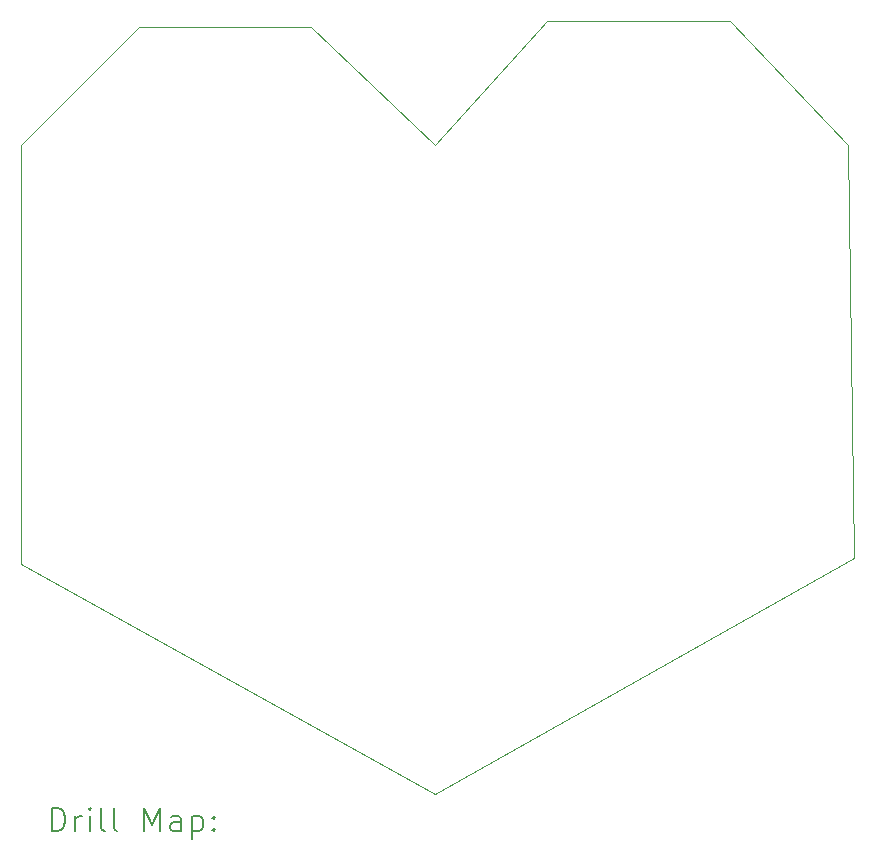
<source format=gbr>
%TF.GenerationSoftware,KiCad,Pcbnew,9.0.2*%
%TF.CreationDate,2025-06-11T20:44:21-07:00*%
%TF.ProjectId,solder,736f6c64-6572-42e6-9b69-6361645f7063,rev?*%
%TF.SameCoordinates,Original*%
%TF.FileFunction,Drillmap*%
%TF.FilePolarity,Positive*%
%FSLAX45Y45*%
G04 Gerber Fmt 4.5, Leading zero omitted, Abs format (unit mm)*
G04 Created by KiCad (PCBNEW 9.0.2) date 2025-06-11 20:44:21*
%MOMM*%
%LPD*%
G01*
G04 APERTURE LIST*
%ADD10C,0.050000*%
%ADD11C,0.200000*%
G04 APERTURE END LIST*
D10*
X9500000Y-3000000D02*
X9550000Y-6500000D01*
X6000000Y-8500000D01*
X2500000Y-6550000D01*
X2500000Y-3000000D01*
X3500000Y-2000000D01*
X4950000Y-2000000D01*
X6000000Y-3000000D01*
X6950000Y-1950000D01*
X8500000Y-1950000D01*
X9500000Y-3000000D01*
D11*
X2758277Y-8813984D02*
X2758277Y-8613984D01*
X2758277Y-8613984D02*
X2805896Y-8613984D01*
X2805896Y-8613984D02*
X2834467Y-8623508D01*
X2834467Y-8623508D02*
X2853515Y-8642555D01*
X2853515Y-8642555D02*
X2863039Y-8661603D01*
X2863039Y-8661603D02*
X2872562Y-8699698D01*
X2872562Y-8699698D02*
X2872562Y-8728270D01*
X2872562Y-8728270D02*
X2863039Y-8766365D01*
X2863039Y-8766365D02*
X2853515Y-8785412D01*
X2853515Y-8785412D02*
X2834467Y-8804460D01*
X2834467Y-8804460D02*
X2805896Y-8813984D01*
X2805896Y-8813984D02*
X2758277Y-8813984D01*
X2958277Y-8813984D02*
X2958277Y-8680650D01*
X2958277Y-8718746D02*
X2967801Y-8699698D01*
X2967801Y-8699698D02*
X2977324Y-8690174D01*
X2977324Y-8690174D02*
X2996372Y-8680650D01*
X2996372Y-8680650D02*
X3015420Y-8680650D01*
X3082086Y-8813984D02*
X3082086Y-8680650D01*
X3082086Y-8613984D02*
X3072562Y-8623508D01*
X3072562Y-8623508D02*
X3082086Y-8633031D01*
X3082086Y-8633031D02*
X3091610Y-8623508D01*
X3091610Y-8623508D02*
X3082086Y-8613984D01*
X3082086Y-8613984D02*
X3082086Y-8633031D01*
X3205896Y-8813984D02*
X3186848Y-8804460D01*
X3186848Y-8804460D02*
X3177324Y-8785412D01*
X3177324Y-8785412D02*
X3177324Y-8613984D01*
X3310658Y-8813984D02*
X3291610Y-8804460D01*
X3291610Y-8804460D02*
X3282086Y-8785412D01*
X3282086Y-8785412D02*
X3282086Y-8613984D01*
X3539229Y-8813984D02*
X3539229Y-8613984D01*
X3539229Y-8613984D02*
X3605896Y-8756841D01*
X3605896Y-8756841D02*
X3672562Y-8613984D01*
X3672562Y-8613984D02*
X3672562Y-8813984D01*
X3853515Y-8813984D02*
X3853515Y-8709222D01*
X3853515Y-8709222D02*
X3843991Y-8690174D01*
X3843991Y-8690174D02*
X3824943Y-8680650D01*
X3824943Y-8680650D02*
X3786848Y-8680650D01*
X3786848Y-8680650D02*
X3767801Y-8690174D01*
X3853515Y-8804460D02*
X3834467Y-8813984D01*
X3834467Y-8813984D02*
X3786848Y-8813984D01*
X3786848Y-8813984D02*
X3767801Y-8804460D01*
X3767801Y-8804460D02*
X3758277Y-8785412D01*
X3758277Y-8785412D02*
X3758277Y-8766365D01*
X3758277Y-8766365D02*
X3767801Y-8747317D01*
X3767801Y-8747317D02*
X3786848Y-8737793D01*
X3786848Y-8737793D02*
X3834467Y-8737793D01*
X3834467Y-8737793D02*
X3853515Y-8728270D01*
X3948753Y-8680650D02*
X3948753Y-8880650D01*
X3948753Y-8690174D02*
X3967801Y-8680650D01*
X3967801Y-8680650D02*
X4005896Y-8680650D01*
X4005896Y-8680650D02*
X4024943Y-8690174D01*
X4024943Y-8690174D02*
X4034467Y-8699698D01*
X4034467Y-8699698D02*
X4043991Y-8718746D01*
X4043991Y-8718746D02*
X4043991Y-8775889D01*
X4043991Y-8775889D02*
X4034467Y-8794936D01*
X4034467Y-8794936D02*
X4024943Y-8804460D01*
X4024943Y-8804460D02*
X4005896Y-8813984D01*
X4005896Y-8813984D02*
X3967801Y-8813984D01*
X3967801Y-8813984D02*
X3948753Y-8804460D01*
X4129705Y-8794936D02*
X4139229Y-8804460D01*
X4139229Y-8804460D02*
X4129705Y-8813984D01*
X4129705Y-8813984D02*
X4120182Y-8804460D01*
X4120182Y-8804460D02*
X4129705Y-8794936D01*
X4129705Y-8794936D02*
X4129705Y-8813984D01*
X4129705Y-8690174D02*
X4139229Y-8699698D01*
X4139229Y-8699698D02*
X4129705Y-8709222D01*
X4129705Y-8709222D02*
X4120182Y-8699698D01*
X4120182Y-8699698D02*
X4129705Y-8690174D01*
X4129705Y-8690174D02*
X4129705Y-8709222D01*
M02*

</source>
